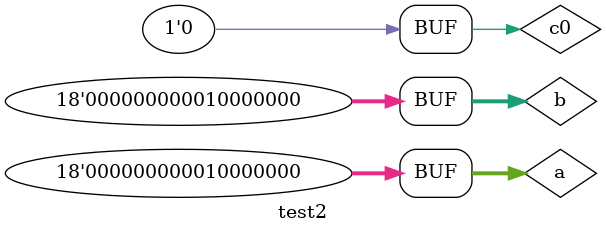
<source format=v>
`timescale 1ns / 1ps


module test2;

	// Inputs
	reg [17:0] a;
	reg [17:0] b;
	reg c0;

	// Outputs
	wire [17:0] s;
	wire [4:0] c;

	// Instantiate the Unit Under Test (UUT)
	hybrid_adder uut (
		.a(a), 
		.b(b), 
		.c0(c0), 
		.s(s), 
		.c(c)
	);

	initial begin
		// Initialize Inputs
		a = 0;
		b = 0;
		c0 = 0;

		// Wait 100 ns for global reset to finish
		#100;
        
		// Add stimulus here
		a=128;
		b=128;
	end
      
endmodule


</source>
